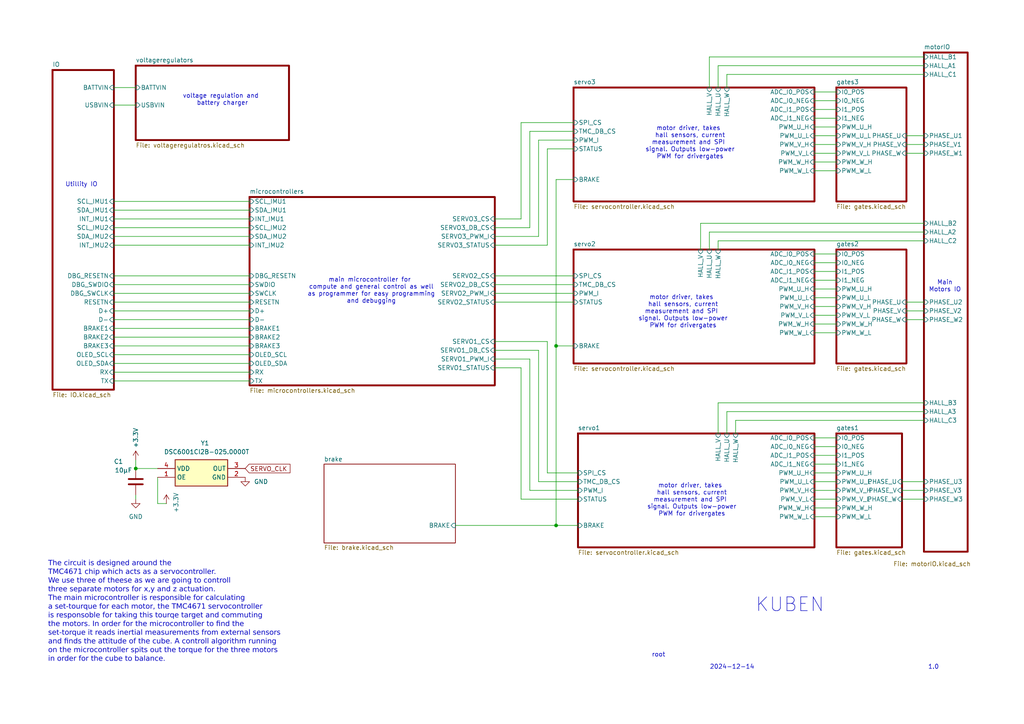
<source format=kicad_sch>
(kicad_sch (version 20250114) (generator "eeschema") (generator_version "9.0")
  (paper "A4")
  (lib_symbols
    (symbol "DSC6001CI2B-025_0000T:DSC6001CI2B-025.0000T"
      (property "Reference" "Y" (at 21.59 7.62 0))
      (property "Value" "DSC6001CI2B-025.0000T" (at 21.59 5.08 0))
      (symbol "DSC6001CI2B-025.0000T_1_1"
        (rectangle (start 5.08 2.54) (end 20.32 -5.08) (stroke (width 0.254)) (fill (type background)))
        (pin passive line (at 0 0 0) (length 5.08) (name "VDD") (number "4"))
        (pin passive line (at 0 -2.54 0) (length 5.08) (name "OE") (number "1"))
        (pin passive line (at 25.4 0 180) (length 5.08) (name "OUT") (number "3"))
        (pin passive line (at 25.4 -2.54 180) (length 5.08) (name "GND") (number "2"))
      )
    )
    (symbol "Device:C" (pin_numbers (hide yes)) (pin_names (offset 0.254))
      (property "Reference" "C" (at 0.635 2.54 0))
      (property "Value" "C" (at 0.635 -2.54 0))
      (symbol "C_0_1"
        (polyline (pts (xy -2.032 0.762) (xy 2.032 0.762)) (stroke (width 0.508)))
        (polyline (pts (xy -2.032 -0.762) (xy 2.032 -0.762)) (stroke (width 0.508)))
      )
      (symbol "C_1_1"
        (pin passive line (at 0 3.81 270) (length 2.794) (name "~") (number "1"))
        (pin passive line (at 0 -3.81 90) (length 2.794) (name "~") (number "2"))
      )
    )
    (symbol "power:+3.3V" (power) (pin_numbers (hide yes)) (pin_names (offset 0) (hide yes))
      (property "Value" "+3.3V" (at 0 3.556 0))
      (symbol "+3.3V_0_1"
        (polyline (pts (xy -0.762 1.27) (xy 0 2.54)))
        (polyline (pts (xy 0 2.54) (xy 0.762 1.27)))
        (polyline (pts (xy 0 0) (xy 0 2.54)))
      )
      (symbol "+3.3V_1_1"
        (pin power_in line (at 0 0 90) (length 0) (name "~") (number "1"))
      )
    )
    (symbol "power:GND" (power) (pin_numbers (hide yes)) (pin_names (offset 0) (hide yes))
      (property "Value" "GND" (at 0 -3.81 0))
      (symbol "GND_0_1"
        (polyline (pts (xy 0 0) (xy 0 -1.27) (xy 1.27 -1.27) (xy 0 -2.54) (xy -1.27 -1.27) (xy 0 -1.27)))
      )
      (symbol "GND_1_1"
        (pin power_in line (at 0 0 270) (length 0) (name "~") (number "1"))
      )
    )
  )
  (text "1.0" (at 270.764 193.548 0) (effects (font (size 1.27 1.27))))
  (text "voltage regulation and \nbattery charger" (at 64.516 28.956 0) (effects (font (size 1.27 1.27))))
  (text "motor driver, takes \nhall sensors, current\nmeasurement and SPI \nsignal. Outputs low-power\nPWM for drivergates" (at 200.152 41.402 0) (effects (font (size 1.27 1.27))))
  (text "motor driver, takes \nhall sensors, current\nmeasurement and SPI \nsignal. Outputs low-power\nPWM for drivergates" (at 198.12 90.424 0) (effects (font (size 1.27 1.27))))
  (text "root\n" (at 191.008 189.992 0) (effects (font (size 1.27 1.27))))
  (text "Main\nMotors IO" (at 274.066 83.058 0) (effects (font (size 1.27 1.27))))
  (text "KUBEN\n" (at 229.108 175.514 0) (effects (font (size 4 4))))
  (text "2024-12-14" (at 212.344 193.548 0) (effects (font (size 1.27 1.27))))
  (text "main microcontroller for \ncompute and general control as well\nas programmer for easy programming\nand debugging" (at 107.696 84.328 0) (effects (font (size 1.27 1.27))))
  (text "Utillity IO" (at 23.622 53.594 0) (effects (font (size 1.27 1.27))))
  (text "motor driver, takes \nhall sensors, current\nmeasurement and SPI \nsignal. Outputs low-power\nPWM for drivergates" (at 200.66 145.034 0) (effects (font (size 1.27 1.27))))
  (text "The circuit is designed around the\nTMC4671 chip which acts as a servocontroller.\nWe use three of theese as we are going to controll\nthree separate motors for x,y and z actuation.\nThe main microcontroller is responsible for calculating\na set-tourque for each motor, the TMC4671 servocontroller\nis responsoble for taking this tourqe target and commuting\nthe motors. In order for the microcontroller to find the\nset-torque it reads inertial measurements from external sensors\nand finds the attitude of the cube. A controll algorithm running\non the microcontroller spits out the torque for the three motors\nin order for the cube to balance." (at 13.97 177.8 0) (effects (font (size 1.5 1.5)) (justify left)))
  (junction (at 39.37 135.89))
  (junction (at 161.29 152.4))
  (junction (at 161.29 100.33))
  (wire (pts (xy 262.89 44.45) (xy 267.97 44.45)))
  (wire (pts (xy 236.22 46.99) (xy 242.57 46.99)))
  (wire (pts (xy 236.22 132.08) (xy 242.57 132.08)))
  (wire (pts (xy 261.62 139.7) (xy 267.97 139.7)))
  (wire (pts (xy 236.22 44.45) (xy 242.57 44.45)))
  (wire (pts (xy 158.75 71.12) (xy 158.75 43.18)))
  (wire (pts (xy 236.22 134.62) (xy 242.57 134.62)))
  (wire (pts (xy 158.75 99.06) (xy 158.75 137.16)))
  (wire (pts (xy 236.22 139.7) (xy 242.57 139.7)))
  (wire (pts (xy 158.75 137.16) (xy 167.64 137.16)))
  (wire (pts (xy 236.22 81.28) (xy 242.57 81.28)))
  (wire (pts (xy 236.22 149.86) (xy 242.57 149.86)))
  (wire (pts (xy 236.22 41.91) (xy 242.57 41.91)))
  (wire (pts (xy 262.89 87.63) (xy 267.97 87.63)))
  (wire (pts (xy 205.74 67.31) (xy 267.97 67.31)))
  (wire (pts (xy 151.13 35.56) (xy 166.37 35.56)))
  (wire (pts (xy 203.2 64.77) (xy 267.97 64.77)))
  (wire (pts (xy 236.22 96.52) (xy 242.57 96.52)))
  (wire (pts (xy 161.29 100.33) (xy 166.37 100.33)))
  (wire (pts (xy 161.29 52.07) (xy 161.29 100.33)))
  (wire (pts (xy 205.74 16.51) (xy 267.97 16.51)))
  (wire (pts (xy 236.22 83.82) (xy 242.57 83.82)))
  (wire (pts (xy 208.28 116.84) (xy 208.28 125.73)))
  (wire (pts (xy 33.02 30.48) (xy 39.37 30.48)))
  (wire (pts (xy 143.51 71.12) (xy 158.75 71.12)))
  (wire (pts (xy 143.51 82.55) (xy 166.37 82.55)))
  (wire (pts (xy 236.22 73.66) (xy 242.57 73.66)))
  (wire (pts (xy 33.02 102.87) (xy 72.39 102.87)))
  (wire (pts (xy 208.28 19.05) (xy 267.97 19.05)))
  (wire (pts (xy 203.2 64.77) (xy 203.2 72.39)))
  (wire (pts (xy 33.02 87.63) (xy 72.39 87.63)))
  (wire (pts (xy 39.37 133.35) (xy 39.37 135.89)))
  (wire (pts (xy 236.22 142.24) (xy 242.57 142.24)))
  (wire (pts (xy 156.21 40.64) (xy 166.37 40.64)))
  (wire (pts (xy 143.51 63.5) (xy 151.13 63.5)))
  (wire (pts (xy 236.22 129.54) (xy 242.57 129.54)))
  (wire (pts (xy 158.75 43.18) (xy 166.37 43.18)))
  (wire (pts (xy 208.28 19.05) (xy 208.28 25.4)))
  (wire (pts (xy 39.37 135.89) (xy 45.72 135.89)))
  (wire (pts (xy 236.22 147.32) (xy 242.57 147.32)))
  (wire (pts (xy 236.22 76.2) (xy 242.57 76.2)))
  (wire (pts (xy 33.02 58.42) (xy 72.39 58.42)))
  (wire (pts (xy 33.02 68.58) (xy 72.39 68.58)))
  (wire (pts (xy 262.89 90.17) (xy 267.97 90.17)))
  (wire (pts (xy 261.62 144.78) (xy 267.97 144.78)))
  (wire (pts (xy 151.13 144.78) (xy 151.13 106.68)))
  (wire (pts (xy 33.02 82.55) (xy 72.39 82.55)))
  (wire (pts (xy 236.22 78.74) (xy 242.57 78.74)))
  (wire (pts (xy 236.22 31.75) (xy 242.57 31.75)))
  (wire (pts (xy 210.82 119.38) (xy 267.97 119.38)))
  (wire (pts (xy 143.51 104.14) (xy 153.67 104.14)))
  (wire (pts (xy 143.51 80.01) (xy 166.37 80.01)))
  (wire (pts (xy 213.36 121.92) (xy 213.36 125.73)))
  (wire (pts (xy 261.62 142.24) (xy 267.97 142.24)))
  (wire (pts (xy 153.67 142.24) (xy 167.64 142.24)))
  (wire (pts (xy 153.67 66.04) (xy 153.67 38.1)))
  (wire (pts (xy 33.02 95.25) (xy 72.39 95.25)))
  (wire (pts (xy 33.02 110.49) (xy 72.39 110.49)))
  (wire (pts (xy 236.22 29.21) (xy 242.57 29.21)))
  (wire (pts (xy 210.82 21.59) (xy 267.97 21.59)))
  (wire (pts (xy 205.74 16.51) (xy 205.74 25.4)))
  (wire (pts (xy 156.21 68.58) (xy 156.21 40.64)))
  (wire (pts (xy 236.22 39.37) (xy 242.57 39.37)))
  (wire (pts (xy 132.08 152.4) (xy 161.29 152.4)))
  (wire (pts (xy 156.21 101.6) (xy 156.21 139.7)))
  (wire (pts (xy 156.21 139.7) (xy 167.64 139.7)))
  (wire (pts (xy 236.22 36.83) (xy 242.57 36.83)))
  (wire (pts (xy 33.02 100.33) (xy 72.39 100.33)))
  (wire (pts (xy 33.02 85.09) (xy 72.39 85.09)))
  (wire (pts (xy 33.02 66.04) (xy 72.39 66.04)))
  (wire (pts (xy 161.29 100.33) (xy 161.29 152.4)))
  (wire (pts (xy 236.22 34.29) (xy 242.57 34.29)))
  (wire (pts (xy 153.67 104.14) (xy 153.67 142.24)))
  (wire (pts (xy 33.02 107.95) (xy 72.39 107.95)))
  (wire (pts (xy 33.02 25.4) (xy 39.37 25.4)))
  (wire (pts (xy 208.28 69.85) (xy 267.97 69.85)))
  (wire (pts (xy 210.82 119.38) (xy 210.82 125.73)))
  (wire (pts (xy 236.22 127) (xy 242.57 127)))
  (wire (pts (xy 262.89 39.37) (xy 267.97 39.37)))
  (wire (pts (xy 143.51 87.63) (xy 166.37 87.63)))
  (wire (pts (xy 153.67 38.1) (xy 166.37 38.1)))
  (wire (pts (xy 262.89 41.91) (xy 267.97 41.91)))
  (wire (pts (xy 45.72 146.05) (xy 45.72 138.43)))
  (wire (pts (xy 48.26 146.05) (xy 45.72 146.05)))
  (wire (pts (xy 143.51 66.04) (xy 153.67 66.04)))
  (wire (pts (xy 236.22 88.9) (xy 242.57 88.9)))
  (wire (pts (xy 236.22 144.78) (xy 242.57 144.78)))
  (wire (pts (xy 143.51 101.6) (xy 156.21 101.6)))
  (wire (pts (xy 210.82 21.59) (xy 210.82 25.4)))
  (wire (pts (xy 33.02 60.96) (xy 72.39 60.96)))
  (wire (pts (xy 236.22 137.16) (xy 242.57 137.16)))
  (wire (pts (xy 213.36 121.92) (xy 267.97 121.92)))
  (wire (pts (xy 143.51 99.06) (xy 158.75 99.06)))
  (wire (pts (xy 143.51 68.58) (xy 156.21 68.58)))
  (wire (pts (xy 151.13 106.68) (xy 143.51 106.68)))
  (wire (pts (xy 205.74 67.31) (xy 205.74 72.39)))
  (wire (pts (xy 262.89 92.71) (xy 267.97 92.71)))
  (wire (pts (xy 167.64 144.78) (xy 151.13 144.78)))
  (wire (pts (xy 33.02 105.41) (xy 72.39 105.41)))
  (wire (pts (xy 236.22 49.53) (xy 242.57 49.53)))
  (wire (pts (xy 33.02 80.01) (xy 72.39 80.01)))
  (wire (pts (xy 161.29 152.4) (xy 167.64 152.4)))
  (wire (pts (xy 236.22 93.98) (xy 242.57 93.98)))
  (wire (pts (xy 166.37 52.07) (xy 161.29 52.07)))
  (wire (pts (xy 33.02 97.79) (xy 72.39 97.79)))
  (wire (pts (xy 33.02 92.71) (xy 72.39 92.71)))
  (wire (pts (xy 236.22 86.36) (xy 242.57 86.36)))
  (wire (pts (xy 39.37 144.78) (xy 39.37 143.51)))
  (wire (pts (xy 151.13 63.5) (xy 151.13 35.56)))
  (wire (pts (xy 143.51 85.09) (xy 166.37 85.09)))
  (wire (pts (xy 33.02 63.5) (xy 72.39 63.5)))
  (wire (pts (xy 208.28 116.84) (xy 267.97 116.84)))
  (wire (pts (xy 236.22 26.67) (xy 242.57 26.67)))
  (wire (pts (xy 33.02 71.12) (xy 72.39 71.12)))
  (wire (pts (xy 236.22 91.44) (xy 242.57 91.44)))
  (wire (pts (xy 33.02 90.17) (xy 72.39 90.17)))
  (wire (pts (xy 208.28 69.85) (xy 208.28 72.39)))
  (global_label "SERVO_CLK" (shape input) (at 71.12 135.89 0) (property "Intersheetrefs" "${INTERSHEET_REFS}" (effects (hide yes))))
  (symbol (lib_id "power:GND") (at 71.12 138.43 0) (unit 1)
    (property "Reference" "#PWR04" (effects (hide yes)))
    (property "Value" "GND" (at 73.66 139.6999 0) (effects (justify left)))
    (property "Description" "Power symbol creates a global label with name \"GND\" , ground" (effects (hide yes)))
  )
  (symbol (lib_id "Device:C") (at 39.37 139.7 0) (unit 1)
    (property "Reference" "C1" (at 33.02 133.858 0) (effects (justify left)))
    (property "Value" "10µF" (at 33.274 136.398 0) (effects (justify left)))
    (property "Footprint" "Capacitor_SMD:C_0603_1608Metric" (effects (hide yes)))
    (property "Description" "Unpolarized capacitor" (effects (hide yes)))
  )
  (symbol (lib_id "power:GND") (at 39.37 144.78 0) (unit 1)
    (property "Reference" "#PWR02" (effects (hide yes)))
    (property "Value" "GND" (at 39.37 149.86 0))
    (property "Description" "Power symbol creates a global label with name \"GND\" , ground" (effects (hide yes)))
  )
  (symbol (lib_id "power:+3.3V") (at 48.26 146.05 0) (unit 1)
    (property "Reference" "#PWR03" (effects (hide yes)))
    (property "Value" "+3.3V" (at 51.054 145.796 90))
    (property "Description" "Power symbol creates a global label with name \"+3.3V\"" (effects (hide yes)))
  )
  (symbol (lib_id "power:+3.3V") (at 39.37 133.35 0) (unit 1)
    (property "Reference" "#PWR01" (effects (hide yes)))
    (property "Value" "+3.3V" (at 39.37 127 90))
    (property "Description" "Power symbol creates a global label with name \"+3.3V\"" (effects (hide yes)))
  )
  (symbol (lib_id "DSC6001CI2B-025_0000T:DSC6001CI2B-025.0000T") (at 45.72 135.89 0) (unit 1)
    (property "Reference" "Y1" (at 59.436 128.524 0))
    (property "Value" "DSC6001CI2B-025.0000T" (at 59.944 131.064 0))
    (property "Footprint" "kuben-footprints:DSC6001CI2B0250000T" (effects (hide yes)))
    (property "Datasheet" "https://ww1.microchip.com/downloads/aemDocuments/documents/TCG/ProductDocuments/DataSheets/DSC60xxB-Ultra-Small-Ultra-Low-Power-MEMS-Oscillator-DS20006133.pdf" (effects (hide yes)))
    (property "Description" "Standard Clock Oscillators MEMS OSC, LVCMOS, 25MHz, 25PPM, 1.8-3.3V, -40 to 85C, 3.2 x 2.5mm" (effects (hide yes)))
    (property "Height" "0.9" (effects (hide yes)))
    (property "Mouser Part Number" "579-1CI2B-025.0000T" (effects (hide yes)))
    (property "Mouser Price/Stock" "https://www.mouser.co.uk/ProductDetail/Microchip-Technology/DSC6001CI2B-025.0000T?qs=jRuttqqUwMT3Lnl3VzC%2FgA%3D%3D" (effects (hide yes)))
    (property "Manufacturer_Name" "Microchip" (effects (hide yes)))
    (property "Manufacturer_Part_Number" "DSC6001CI2B-025.0000T" (effects (hide yes)))
  )
  (sheet (at 167.64 125.73) (size 68.58 33.02) (stroke (width 0.5))
    (property "Sheetname" "servo1" (at 167.64 124.8446 0) (effects (justify left bottom)))
    (property "Sheetfile" "servocontroller.kicad_sch" (at 167.64 159.5084 0) (effects (justify left top)))
    (pin "ADC_I0_POS" input (at 236.22 127 0))
    (pin "ADC_I1_POS" input (at 236.22 132.08 0))
    (pin "ADC_I1_NEG" input (at 236.22 134.62 0))
    (pin "ADC_I0_NEG" input (at 236.22 129.54 0))
    (pin "HALL_V" input (at 208.28 125.73 90))
    (pin "BRAKE" input (at 167.64 152.4 180))
    (pin "PWM_I" input (at 167.64 142.24 180))
    (pin "SPI_CS" input (at 167.64 137.16 180))
    (pin "HALL_U" input (at 210.82 125.73 90))
    (pin "HALL_W" input (at 213.36 125.73 90))
    (pin "PWM_W_H" input (at 236.22 147.32 0))
    (pin "PWM_W_L" input (at 236.22 149.86 0))
    (pin "PWM_U_L" input (at 236.22 139.7 0))
    (pin "PWM_V_H" input (at 236.22 142.24 0))
    (pin "PWM_V_L" input (at 236.22 144.78 0))
    (pin "PWM_U_H" input (at 236.22 137.16 0))
    (pin "STATUS" input (at 167.64 144.78 180))
    (pin "TMC_DB_CS" input (at 167.64 139.7 180))
  )
  (sheet (at 15.24 20.32) (size 17.78 92.71) (stroke (width 0.5))
    (property "Sheetname" "IO" (at 15.24 19.4346 0) (effects (justify left bottom)))
    (property "Sheetfile" "IO.kicad_sch" (at 15.24 113.7884 0) (effects (justify left top)))
    (pin "D+" input (at 33.02 90.17 0))
    (pin "D-" input (at 33.02 92.71 0))
    (pin "USBVIN" input (at 33.02 30.48 0))
    (pin "OLED_SDA" input (at 33.02 105.41 0))
    (pin "OLED_SCL" input (at 33.02 102.87 0))
    (pin "TX" input (at 33.02 110.49 0))
    (pin "RX" input (at 33.02 107.95 0))
    (pin "BATTVIN" input (at 33.02 25.4 0))
    (pin "BRAKE1" input (at 33.02 95.25 0))
    (pin "BRAKE2" input (at 33.02 97.79 0))
    (pin "BRAKE3" input (at 33.02 100.33 0))
    (pin "RESETN" input (at 33.02 87.63 0))
    (pin "SCL_IMU2" input (at 33.02 66.04 0))
    (pin "INT_IMU2" input (at 33.02 71.12 0))
    (pin "SDA_IMU2" input (at 33.02 68.58 0))
    (pin "SDA_IMU1" input (at 33.02 60.96 0))
    (pin "INT_IMU1" input (at 33.02 63.5 0))
    (pin "SCL_IMU1" input (at 33.02 58.42 0))
    (pin "DBG_SWCLK" input (at 33.02 85.09 0))
    (pin "DBG_RESETN" input (at 33.02 80.01 0))
    (pin "DBG_SWDIO" input (at 33.02 82.55 0))
  )
  (sheet (at 166.37 25.4) (size 69.85 33.02) (stroke (width 0.5))
    (property "Sheetname" "servo3" (at 166.37 24.5146 0) (effects (justify left bottom)))
    (property "Sheetfile" "servocontroller.kicad_sch" (at 166.37 59.1784 0) (effects (justify left top)))
    (pin "ADC_I1_POS" input (at 236.22 31.75 0))
    (pin "ADC_I1_NEG" input (at 236.22 34.29 0))
    (pin "ADC_I0_NEG" input (at 236.22 29.21 0))
    (pin "ADC_I0_POS" input (at 236.22 26.67 0))
    (pin "HALL_V" input (at 205.74 25.4 90))
    (pin "BRAKE" input (at 166.37 52.07 180))
    (pin "PWM_I" input (at 166.37 40.64 180))
    (pin "HALL_U" input (at 208.28 25.4 90))
    (pin "HALL_W" input (at 210.82 25.4 90))
    (pin "PWM_W_L" input (at 236.22 49.53 0))
    (pin "PWM_W_H" input (at 236.22 46.99 0))
    (pin "PWM_U_L" input (at 236.22 39.37 0))
    (pin "PWM_V_H" input (at 236.22 41.91 0))
    (pin "PWM_V_L" input (at 236.22 44.45 0))
    (pin "PWM_U_H" input (at 236.22 36.83 0))
    (pin "STATUS" input (at 166.37 43.18 180))
    (pin "SPI_CS" input (at 166.37 35.56 180))
    (pin "TMC_DB_CS" input (at 166.37 38.1 180))
  )
  (sheet (at 39.37 19.05) (size 44.45 21.59) (stroke (width 0.5))
    (property "Sheetname" "voltageregulators" (at 39.37 18.1646 0) (effects (justify left bottom)))
    (property "Sheetfile" "voltageregulatros.kicad_sch" (at 39.37 41.3984 0) (effects (justify left top)))
    (pin "BATTVIN" input (at 39.37 25.4 180))
    (pin "USBVIN" input (at 39.37 30.48 180))
  )
  (sheet (at 242.57 25.4) (size 20.32 33.02) (stroke (width 0.5))
    (property "Sheetname" "gates3" (at 242.57 24.5146 0) (effects (justify left bottom)))
    (property "Sheetfile" "gates.kicad_sch" (at 242.57 59.1784 0) (effects (justify left top)))
    (pin "PHASE_U" input (at 262.89 39.37 0))
    (pin "PHASE_V" input (at 262.89 41.91 0))
    (pin "PHASE_W" input (at 262.89 44.45 0))
    (pin "PWM_W_H" input (at 242.57 46.99 180))
    (pin "PWM_W_L" input (at 242.57 49.53 180))
    (pin "PWM_U_H" input (at 242.57 36.83 180))
    (pin "PWM_U_L" input (at 242.57 39.37 180))
    (pin "PWM_V_L" input (at 242.57 44.45 180))
    (pin "PWM_V_H" input (at 242.57 41.91 180))
    (pin "I1_NEG" input (at 242.57 34.29 180))
    (pin "I0_NEG" input (at 242.57 29.21 180))
    (pin "I0_POS" input (at 242.57 26.67 180))
    (pin "I1_POS" input (at 242.57 31.75 180))
  )
  (sheet (at 267.97 15.24) (size 12.7 144.78) (stroke (width 0.5))
    (property "Sheetname" "motorIO" (at 267.97 14.3546 0) (effects (justify left bottom)))
    (property "Sheetfile" "motorIO.kicad_sch" (at 259.08 162.814 0) (effects (justify left top)))
    (pin "HALL_B1" input (at 267.97 16.51 180))
    (pin "HALL_A1" input (at 267.97 19.05 180))
    (pin "HALL_C1" input (at 267.97 21.59 180))
    (pin "PHASE_U2" input (at 267.97 87.63 180))
    (pin "PHASE_V1" input (at 267.97 41.91 180))
    (pin "PHASE_U1" input (at 267.97 39.37 180))
    (pin "PHASE_W1" input (at 267.97 44.45 180))
    (pin "PHASE_U3" input (at 267.97 139.7 180))
    (pin "PHASE_V3" input (at 267.97 142.24 180))
    (pin "PHASE_W3" input (at 267.97 144.78 180))
    (pin "HALL_C2" input (at 267.97 69.85 180))
    (pin "HALL_A2" input (at 267.97 67.31 180))
    (pin "HALL_B2" input (at 267.97 64.77 180))
    (pin "PHASE_V2" input (at 267.97 90.17 180))
    (pin "PHASE_W2" input (at 267.97 92.71 180))
    (pin "HALL_B3" input (at 267.97 116.84 180))
    (pin "HALL_A3" input (at 267.97 119.38 180))
    (pin "HALL_C3" input (at 267.97 121.92 180))
  )
  (sheet (at 72.39 57.15) (size 71.12 54.61) (stroke (width 0.5))
    (property "Sheetname" "microcontrollers" (at 72.39 56.2646 0) (effects (justify left bottom)))
    (property "Sheetfile" "microcontrollers.kicad_sch" (at 72.39 112.5184 0) (effects (justify left top)))
    (pin "RESETN" input (at 72.39 87.63 180))
    (pin "OLED_SCL" input (at 72.39 102.87 180))
    (pin "OLED_SDA" input (at 72.39 105.41 180))
    (pin "D+" input (at 72.39 90.17 180))
    (pin "D-" input (at 72.39 92.71 180))
    (pin "SWDIO" input (at 72.39 82.55 180))
    (pin "SWCLK" input (at 72.39 85.09 180))
    (pin "RX" input (at 72.39 107.95 180))
    (pin "TX" input (at 72.39 110.49 180))
    (pin "SDA_IMU2" input (at 72.39 68.58 180))
    (pin "SCL_IMU2" input (at 72.39 66.04 180))
    (pin "SERVO2_STATUS" input (at 143.51 87.63 0))
    (pin "SCL_IMU1" input (at 72.39 58.42 180))
    (pin "SERVO2_CS" input (at 143.51 80.01 0))
    (pin "SDA_IMU1" input (at 72.39 60.96 180))
    (pin "SERVO1_CS" input (at 143.51 99.06 0))
    (pin "SERVO3_STATUS" input (at 143.51 71.12 0))
    (pin "SERVO3_CS" input (at 143.51 63.5 0))
    (pin "SERVO1_STATUS" input (at 143.51 106.68 0))
    (pin "SERVO3_PWM_I" input (at 143.51 68.58 0))
    (pin "SERVO2_PWM_I" input (at 143.51 85.09 0))
    (pin "SERVO1_PWM_I" input (at 143.51 104.14 0))
    (pin "BRAKE2" input (at 72.39 97.79 180))
    (pin "BRAKE3" input (at 72.39 100.33 180))
    (pin "BRAKE1" input (at 72.39 95.25 180))
    (pin "SERVO1_DB_CS" input (at 143.51 101.6 0))
    (pin "SERVO2_DB_CS" input (at 143.51 82.55 0))
    (pin "SERVO3_DB_CS" input (at 143.51 66.04 0))
    (pin "INT_IMU2" input (at 72.39 71.12 180))
    (pin "INT_IMU1" input (at 72.39 63.5 180))
    (pin "DBG_RESETN" input (at 72.39 80.01 180))
  )
  (sheet (at 166.37 72.39) (size 69.85 33.02) (stroke (width 0.5))
    (property "Sheetname" "servo2" (at 166.37 71.5046 0) (effects (justify left bottom)))
    (property "Sheetfile" "servocontroller.kicad_sch" (at 166.37 106.1684 0) (effects (justify left top)))
    (pin "ADC_I0_POS" input (at 236.22 73.66 0))
    (pin "ADC_I1_POS" input (at 236.22 78.74 0))
    (pin "ADC_I1_NEG" input (at 236.22 81.28 0))
    (pin "ADC_I0_NEG" input (at 236.22 76.2 0))
    (pin "HALL_V" input (at 203.2 72.39 90))
    (pin "BRAKE" input (at 166.37 100.33 180))
    (pin "PWM_I" input (at 166.37 85.09 180))
    (pin "SPI_CS" input (at 166.37 80.01 180))
    (pin "HALL_U" input (at 205.74 72.39 90))
    (pin "HALL_W" input (at 208.28 72.39 90))
    (pin "PWM_W_H" input (at 236.22 93.98 0))
    (pin "PWM_W_L" input (at 236.22 96.52 0))
    (pin "PWM_U_L" input (at 236.22 86.36 0))
    (pin "PWM_V_H" input (at 236.22 88.9 0))
    (pin "PWM_V_L" input (at 236.22 91.44 0))
    (pin "PWM_U_H" input (at 236.22 83.82 0))
    (pin "STATUS" input (at 166.37 87.63 180))
    (pin "TMC_DB_CS" input (at 166.37 82.55 180))
  )
  (sheet (at 242.57 125.73) (size 19.05 33.02) (stroke (width 0.5))
    (property "Sheetname" "gates1" (at 242.57 124.8446 0) (effects (justify left bottom)))
    (property "Sheetfile" "gates.kicad_sch" (at 242.57 159.5084 0) (effects (justify left top)))
    (pin "PHASE_U" input (at 261.62 139.7 0))
    (pin "PHASE_V" input (at 261.62 142.24 0))
    (pin "PHASE_W" input (at 261.62 144.78 0))
    (pin "PWM_U_H" input (at 242.57 137.16 180))
    (pin "PWM_U_L" input (at 242.57 139.7 180))
    (pin "PWM_V_H" input (at 242.57 142.24 180))
    (pin "PWM_V_L" input (at 242.57 144.78 180))
    (pin "PWM_W_L" input (at 242.57 149.86 180))
    (pin "PWM_W_H" input (at 242.57 147.32 180))
    (pin "I1_NEG" input (at 242.57 134.62 180))
    (pin "I0_NEG" input (at 242.57 129.54 180))
    (pin "I0_POS" input (at 242.57 127 180))
    (pin "I1_POS" input (at 242.57 132.08 180))
  )
  (sheet (at 93.98 134.62) (size 38.1 22.86) (stroke (width 0.1524))
    (property "Sheetname" "brake" (at 93.98 133.9084 0) (effects (justify left bottom)))
    (property "Sheetfile" "brake.kicad_sch" (at 93.98 158.0646 0) (effects (justify left top)))
    (pin "BRAKE" input (at 132.08 152.4 0))
  )
  (sheet (at 242.57 72.39) (size 20.32 33.02) (stroke (width 0.5))
    (property "Sheetname" "gates2" (at 242.57 71.5046 0) (effects (justify left bottom)))
    (property "Sheetfile" "gates.kicad_sch" (at 242.57 106.1684 0) (effects (justify left top)))
    (pin "PHASE_U" input (at 262.89 87.63 0))
    (pin "PHASE_V" input (at 262.89 90.17 0))
    (pin "PHASE_W" input (at 262.89 92.71 0))
    (pin "PWM_U_H" input (at 242.57 83.82 180))
    (pin "PWM_U_L" input (at 242.57 86.36 180))
    (pin "PWM_V_H" input (at 242.57 88.9 180))
    (pin "PWM_V_L" input (at 242.57 91.44 180))
    (pin "PWM_W_L" input (at 242.57 96.52 180))
    (pin "PWM_W_H" input (at 242.57 93.98 180))
    (pin "I1_POS" input (at 242.57 78.74 180))
    (pin "I1_NEG" input (at 242.57 81.28 180))
    (pin "I0_NEG" input (at 242.57 76.2 180))
    (pin "I0_POS" input (at 242.57 73.66 180))
  )
)
</source>
